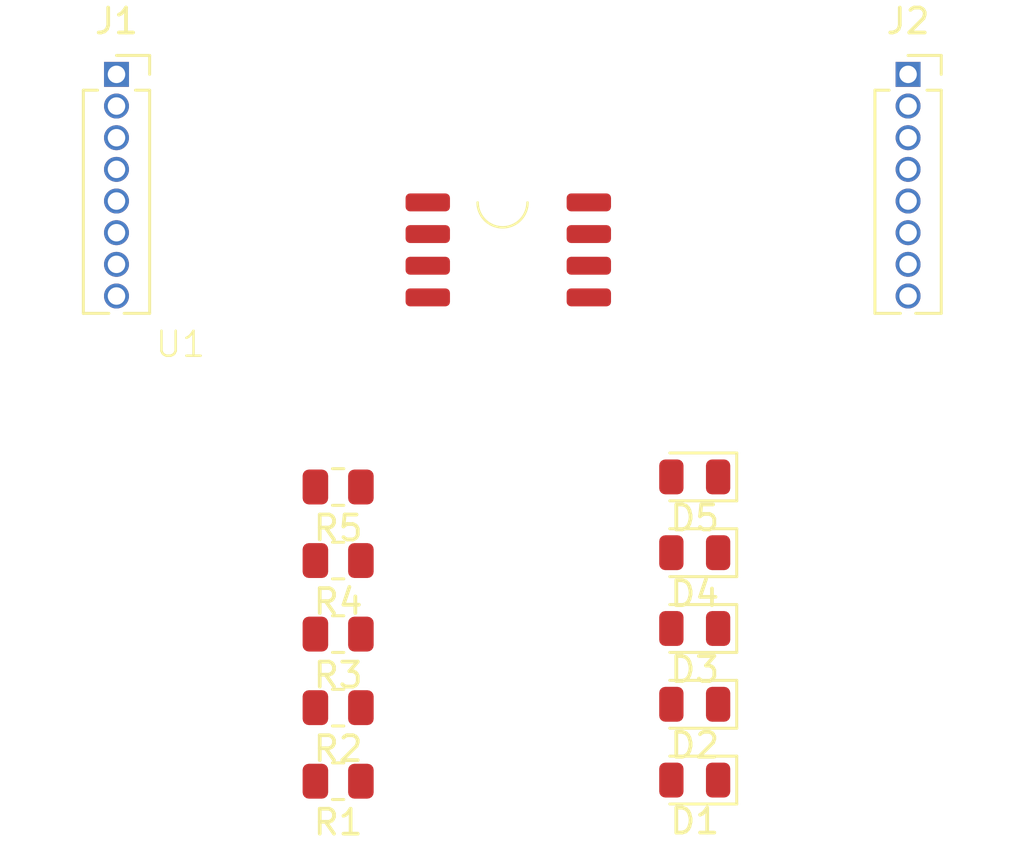
<source format=kicad_pcb>
(kicad_pcb (version 20240108) (generator "pcbnew") (generator_version "8.0")
  (title_block (title "DS1722 Interface") (rev "v01") (comment 4 "Author: Troy Kaufman"))
  (layers (0 "F.Cu" signal) (31 "B.Cu" signal) (34 "B.Paste" user) (35 "F.Paste" user) (36 "B.SilkS" user "B.Silkscreen") (37 "F.SilkS" user "F.Silkscreen") (38 "B.Mask" user) (39 "F.Mask" user) (44 "Edge.Cuts" user))
  (net 0 "")
  (net 1 "Net-(D1-K)")
  (net 2 "GND")
  (net 3 "Net-(D2-K)")
  (net 4 "Net-(D3-K)")
  (net 5 "Net-(D4-K)")
  (net 6 "Net-(D5-K)")
  (net 7 "/+3.3V")
  (net 8 "/PICO")
  (net 9 "/SCK")
  (net 10 "/POCI")
  (net 11 "/CS")
  (footprint "Resistor_SMD:R_0805_2012Metric" (layer "F.Cu") (at 134.62 123.19 180)
    (property "Reference" "R2" (at 0 -1.65 360) (layer "F.SilkS"))
    (property "Value" "1k")
    (fp_line (start -0.227064 0.735) (end 0.227064 0.735) (stroke (width 0.12)) (layer "F.SilkS"))
    (fp_line (start -0.227064 -0.735) (end 0.227064 -0.735) (stroke (width 0.12)) (layer "F.SilkS"))
    (pad "1" smd roundrect (at -0.9125 0 180) (size 1.025 1.4) (layers "F.Cu" "F.Paste" "F.Mask") (roundrect_rratio 0.243902) (net 3 "Net-(D2-K)"))
    (pad "2" smd roundrect (at 0.9125 0 180) (size 1.025 1.4) (layers "F.Cu" "F.Paste" "F.Mask") (roundrect_rratio 0.243902) (net 2 "GND"))
  )
  (footprint "Resistor_SMD:R_0805_2012Metric" (layer "F.Cu") (at 134.62 114.34 180)
    (property "Reference" "R5" (at 0 -1.65 360) (layer "F.SilkS"))
    (property "Value" "1k")
    (fp_line (start -0.227064 0.735) (end 0.227064 0.735) (stroke (width 0.12)) (layer "F.SilkS"))
    (fp_line (start -0.227064 -0.735) (end 0.227064 -0.735) (stroke (width 0.12)) (layer "F.SilkS"))
    (pad "1" smd roundrect (at -0.9125 0 180) (size 1.025 1.4) (layers "F.Cu" "F.Paste" "F.Mask") (roundrect_rratio 0.243902) (net 6 "Net-(D5-K)"))
    (pad "2" smd roundrect (at 0.9125 0 180) (size 1.025 1.4) (layers "F.Cu" "F.Paste" "F.Mask") (roundrect_rratio 0.243902) (net 2 "GND"))
  )
  (footprint "Connector_PinSocket_1.27mm:PinSocket_1x08_P1.27mm_Vertical" (layer "F.Cu") (at 125.73 97.79)
    (property "Reference" "J1" (at 0 -2.135 0) (layer "F.SilkS"))
    (property "Value" "Conn_01x08")
    (fp_line (start -1.33 0.635) (end -1.33 9.585) (stroke (width 0.12)) (layer "F.SilkS"))
    (fp_line (start -1.33 0.635) (end -0.76 0.635) (stroke (width 0.12)) (layer "F.SilkS"))
    (fp_line (start -1.33 9.585) (end -0.30753 9.585) (stroke (width 0.12)) (layer "F.SilkS"))
    (fp_line (start 0 -0.76) (end 1.33 -0.76) (stroke (width 0.12)) (layer "F.SilkS"))
    (fp_line (start 0.30753 9.585) (end 1.33 9.585) (stroke (width 0.12)) (layer "F.SilkS"))
    (fp_line (start 0.76 0.635) (end 1.33 0.635) (stroke (width 0.12)) (layer "F.SilkS"))
    (fp_line (start 1.33 -0.76) (end 1.33 0) (stroke (width 0.12)) (layer "F.SilkS"))
    (fp_line (start 1.33 0.635) (end 1.33 9.585) (stroke (width 0.12)) (layer "F.SilkS"))
    (pad "1" thru_hole rect (at 0 0) (size 1 1) (drill 0.7) (layers "*.Cu" "*.Mask"))
    (pad "2" thru_hole oval (at 0 1.27) (size 1 1) (drill 0.7) (layers "*.Cu" "*.Mask"))
    (pad "3" thru_hole oval (at 0 2.54) (size 1 1) (drill 0.7) (layers "*.Cu" "*.Mask") (net 11 "/CS"))
    (pad "4" thru_hole oval (at 0 3.81) (size 1 1) (drill 0.7) (layers "*.Cu" "*.Mask") (net 9 "/SCK"))
    (pad "5" thru_hole oval (at 0 5.08) (size 1 1) (drill 0.7) (layers "*.Cu" "*.Mask") (net 8 "/PICO"))
    (pad "6" thru_hole oval (at 0 6.35) (size 1 1) (drill 0.7) (layers "*.Cu" "*.Mask") (net 10 "/POCI"))
    (pad "7" thru_hole oval (at 0 7.62) (size 1 1) (drill 0.7) (layers "*.Cu" "*.Mask") (net 7 "/+3.3V"))
    (pad "8" thru_hole oval (at 0 8.89) (size 1 1) (drill 0.7) (layers "*.Cu" "*.Mask") (net 2 "GND"))
  )
  (footprint "Resistor_SMD:R_0805_2012Metric" (layer "F.Cu") (at 134.62 120.24 180)
    (property "Reference" "R3" (at 0 -1.65 360) (layer "F.SilkS"))
    (property "Value" "1k")
    (fp_line (start -0.227064 0.735) (end 0.227064 0.735) (stroke (width 0.12)) (layer "F.SilkS"))
    (fp_line (start -0.227064 -0.735) (end 0.227064 -0.735) (stroke (width 0.12)) (layer "F.SilkS"))
    (pad "1" smd roundrect (at -0.9125 0 180) (size 1.025 1.4) (layers "F.Cu" "F.Paste" "F.Mask") (roundrect_rratio 0.243902) (net 4 "Net-(D3-K)"))
    (pad "2" smd roundrect (at 0.9125 0 180) (size 1.025 1.4) (layers "F.Cu" "F.Paste" "F.Mask") (roundrect_rratio 0.243902) (net 2 "GND"))
  )
  (footprint "LED_SMD:LED_0805_2012Metric" (layer "F.Cu") (at 148.9225 116.975 180)
    (property "Reference" "D4" (at 0 -1.65 360) (layer "F.SilkS"))
    (property "Value" "LED")
    (fp_line (start 1 -0.96) (end -1.685 -0.96) (stroke (width 0.12)) (layer "F.SilkS"))
    (fp_line (start -1.685 0.96) (end 1 0.96) (stroke (width 0.12)) (layer "F.SilkS"))
    (fp_line (start -1.685 -0.96) (end -1.685 0.96) (stroke (width 0.12)) (layer "F.SilkS"))
    (pad "1" smd roundrect (at -0.9375 0 180) (size 0.975 1.4) (layers "F.Cu" "F.Paste" "F.Mask") (net 5 "Net-(D4-K)"))
    (pad "2" smd roundrect (at 0.9375 0 180) (size 0.975 1.4) (layers "F.Cu" "F.Paste" "F.Mask") (net 10 "/POCI"))
  )
  (footprint "Connector_PinSocket_1.27mm:PinSocket_1x08_P1.27mm_Vertical" (layer "F.Cu") (at 157.48 97.79)
    (property "Reference" "J2" (at 0 -2.135 0) (layer "F.SilkS"))
    (property "Value" "Conn_01x08")
    (fp_line (start -1.33 0.635) (end -1.33 9.585) (stroke (width 0.12)) (layer "F.SilkS"))
    (fp_line (start -1.33 0.635) (end -0.76 0.635) (stroke (width 0.12)) (layer "F.SilkS"))
    (fp_line (start -1.33 9.585) (end -0.30753 9.585) (stroke (width 0.12)) (layer "F.SilkS"))
    (fp_line (start 0 -0.76) (end 1.33 -0.76) (stroke (width 0.12)) (layer "F.SilkS"))
    (fp_line (start 0.30753 9.585) (end 1.33 9.585) (stroke (width 0.12)) (layer "F.SilkS"))
    (fp_line (start 0.76 0.635) (end 1.33 0.635) (stroke (width 0.12)) (layer "F.SilkS"))
    (fp_line (start 1.33 -0.76) (end 1.33 0) (stroke (width 0.12)) (layer "F.SilkS"))
    (fp_line (start 1.33 0.635) (end 1.33 9.585) (stroke (width 0.12)) (layer "F.SilkS"))
    (pad "1" thru_hole rect (at 0 0) (size 1 1) (drill 0.7) (layers "*.Cu" "*.Mask"))
    (pad "2" thru_hole oval (at 0 1.27) (size 1 1) (drill 0.7) (layers "*.Cu" "*.Mask"))
    (pad "3" thru_hole oval (at 0 2.54) (size 1 1) (drill 0.7) (layers "*.Cu" "*.Mask"))
    (pad "4" thru_hole oval (at 0 3.81) (size 1 1) (drill 0.7) (layers "*.Cu" "*.Mask"))
    (pad "5" thru_hole oval (at 0 5.08) (size 1 1) (drill 0.7) (layers "*.Cu" "*.Mask"))
    (pad "6" thru_hole oval (at 0 6.35) (size 1 1) (drill 0.7) (layers "*.Cu" "*.Mask"))
    (pad "7" thru_hole oval (at 0 7.62) (size 1 1) (drill 0.7) (layers "*.Cu" "*.Mask"))
    (pad "8" thru_hole oval (at 0 8.89) (size 1 1) (drill 0.7) (layers "*.Cu" "*.Mask"))
  )
  (footprint "Library:DS1722" (layer "F.Cu") (at 143.215 97.925)
    (property "Reference" "U1" (at -14.92 10.69 0) (layer "F.SilkS") (effects (font (thickness 0.1))))
    (property "Value" "~")
    (fp_arc (start -1 5) (mid -2 6) (end -3 5) (stroke (width 0.1)) (layer "F.SilkS"))
    (pad "1" smd roundrect (at -5 5) (size 1.78 0.72) (layers "F.Cu" "F.Paste" "F.Mask") (net 7 "/+3.3V"))
    (pad "2" smd roundrect (at -5 6.27) (size 1.78 0.72) (layers "F.Cu" "F.Paste" "F.Mask") (net 11 "/CS"))
    (pad "3" smd roundrect (at -5 7.54) (size 1.78 0.72) (layers "F.Cu" "F.Paste" "F.Mask") (net 9 "/SCK"))
    (pad "4" smd roundrect (at -5 8.81) (size 1.78 0.72) (layers "F.Cu" "F.Paste" "F.Mask") (net 2 "GND"))
    (pad "5" smd roundrect (at 1.46 8.81) (size 1.78 0.72) (layers "F.Cu" "F.Paste" "F.Mask") (net 8 "/PICO"))
    (pad "6" smd roundrect (at 1.46 7.54) (size 1.78 0.72) (layers "F.Cu" "F.Paste" "F.Mask") (net 10 "/POCI"))
    (pad "7" smd roundrect (at 1.46 6.27) (size 1.78 0.72) (layers "F.Cu" "F.Paste" "F.Mask") (net 7 "/+3.3V"))
    (pad "8" smd roundrect (at 1.46 5) (size 1.78 0.72) (layers "F.Cu" "F.Paste" "F.Mask") (net 7 "/+3.3V"))
  )
  (footprint "Resistor_SMD:R_0805_2012Metric" (layer "F.Cu") (at 134.62 126.14 180)
    (property "Reference" "R1" (at 0 -1.65 360) (layer "F.SilkS"))
    (property "Value" "1k")
    (fp_line (start -0.227064 0.735) (end 0.227064 0.735) (stroke (width 0.12)) (layer "F.SilkS"))
    (fp_line (start -0.227064 -0.735) (end 0.227064 -0.735) (stroke (width 0.12)) (layer "F.SilkS"))
    (pad "1" smd roundrect (at -0.9125 0 180) (size 1.025 1.4) (layers "F.Cu" "F.Paste" "F.Mask") (roundrect_rratio 0.243902) (net 1 "Net-(D1-K)"))
    (pad "2" smd roundrect (at 0.9125 0 180) (size 1.025 1.4) (layers "F.Cu" "F.Paste" "F.Mask") (roundrect_rratio 0.243902) (net 2 "GND"))
  )
  (footprint "LED_SMD:LED_0805_2012Metric" (layer "F.Cu") (at 148.9225 113.935 180)
    (property "Reference" "D5" (at 0 -1.65 360) (layer "F.SilkS"))
    (property "Value" "LED")
    (fp_line (start 1 -0.96) (end -1.685 -0.96) (stroke (width 0.12)) (layer "F.SilkS"))
    (fp_line (start -1.685 0.96) (end 1 0.96) (stroke (width 0.12)) (layer "F.SilkS"))
    (fp_line (start -1.685 -0.96) (end -1.685 0.96) (stroke (width 0.12)) (layer "F.SilkS"))
    (pad "1" smd roundrect (at -0.9375 0 180) (size 0.975 1.4) (layers "F.Cu" "F.Paste" "F.Mask") (net 6 "Net-(D5-K)"))
    (pad "2" smd roundrect (at 0.9375 0 180) (size 0.975 1.4) (layers "F.Cu" "F.Paste" "F.Mask") (net 8 "/PICO"))
  )
  (footprint "LED_SMD:LED_0805_2012Metric" (layer "F.Cu") (at 148.9225 126.095 180)
    (property "Reference" "D1" (at 0 -1.65 360) (layer "F.SilkS"))
    (property "Value" "LED")
    (fp_line (start 1 -0.96) (end -1.685 -0.96) (stroke (width 0.12)) (layer "F.SilkS"))
    (fp_line (start -1.685 0.96) (end 1 0.96) (stroke (width 0.12)) (layer "F.SilkS"))
    (fp_line (start -1.685 -0.96) (end -1.685 0.96) (stroke (width 0.12)) (layer "F.SilkS"))
    (pad "1" smd roundrect (at -0.9375 0 180) (size 0.975 1.4) (layers "F.Cu" "F.Paste" "F.Mask") (net 1 "Net-(D1-K)"))
    (pad "2" smd roundrect (at 0.9375 0 180) (size 0.975 1.4) (layers "F.Cu" "F.Paste" "F.Mask") (net 7 "/+3.3V"))
  )
  (footprint "LED_SMD:LED_0805_2012Metric" (layer "F.Cu") (at 148.9225 120.015 180)
    (property "Reference" "D3" (at 0 -1.65 360) (layer "F.SilkS"))
    (property "Value" "LED")
    (fp_line (start 1 -0.96) (end -1.685 -0.96) (stroke (width 0.12)) (layer "F.SilkS"))
    (fp_line (start -1.685 0.96) (end 1 0.96) (stroke (width 0.12)) (layer "F.SilkS"))
    (fp_line (start -1.685 -0.96) (end -1.685 0.96) (stroke (width 0.12)) (layer "F.SilkS"))
    (pad "1" smd roundrect (at -0.9375 0 180) (size 0.975 1.4) (layers "F.Cu" "F.Paste" "F.Mask") (net 4 "Net-(D3-K)"))
    (pad "2" smd roundrect (at 0.9375 0 180) (size 0.975 1.4) (layers "F.Cu" "F.Paste" "F.Mask") (net 11 "/CS"))
  )
  (footprint "LED_SMD:LED_0805_2012Metric" (layer "F.Cu") (at 148.9225 123.055 180)
    (property "Reference" "D2" (at 0 -1.65 360) (layer "F.SilkS"))
    (property "Value" "LED")
    (fp_line (start 1 -0.96) (end -1.685 -0.96) (stroke (width 0.12)) (layer "F.SilkS"))
    (fp_line (start -1.685 0.96) (end 1 0.96) (stroke (width 0.12)) (layer "F.SilkS"))
    (fp_line (start -1.685 -0.96) (end -1.685 0.96) (stroke (width 0.12)) (layer "F.SilkS"))
    (pad "1" smd roundrect (at -0.9375 0 180) (size 0.975 1.4) (layers "F.Cu" "F.Paste" "F.Mask") (net 3 "Net-(D2-K)"))
    (pad "2" smd roundrect (at 0.9375 0 180) (size 0.975 1.4) (layers "F.Cu" "F.Paste" "F.Mask") (net 9 "/SCK"))
  )
  (footprint "Resistor_SMD:R_0805_2012Metric" (layer "F.Cu") (at 134.62 117.29 180)
    (property "Reference" "R4" (at 0 -1.65 360) (layer "F.SilkS"))
    (property "Value" "1k")
    (fp_line (start -0.227064 0.735) (end 0.227064 0.735) (stroke (width 0.12)) (layer "F.SilkS"))
    (fp_line (start -0.227064 -0.735) (end 0.227064 -0.735) (stroke (width 0.12)) (layer "F.SilkS"))
    (pad "1" smd roundrect (at -0.9125 0 180) (size 1.025 1.4) (layers "F.Cu" "F.Paste" "F.Mask") (roundrect_rratio 0.243902) (net 5 "Net-(D4-K)"))
    (pad "2" smd roundrect (at 0.9125 0 180) (size 1.025 1.4) (layers "F.Cu" "F.Paste" "F.Mask") (roundrect_rratio 0.243902) (net 2 "GND"))
  )
)
</source>
